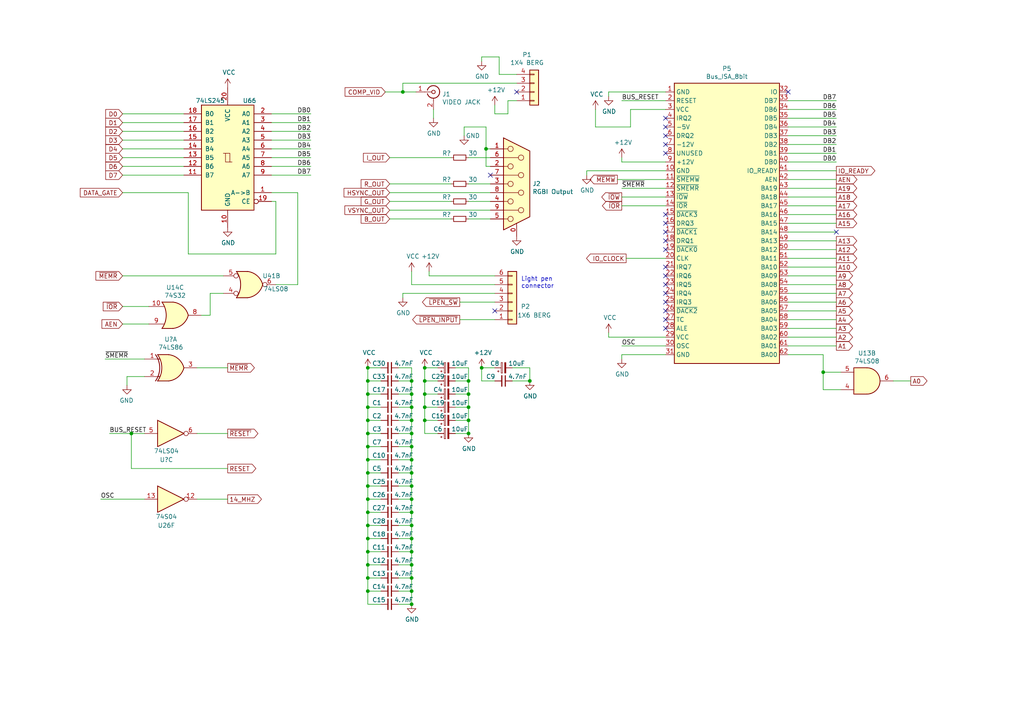
<source format=kicad_sch>
(kicad_sch (version 20230121) (generator eeschema)
  (paper "A4")
  (lib_symbols
    (symbol "74xx:74LS04"
      (property "Reference" "U" (at 0 1.27 0))
      (property "Value" "74LS04" (at 0 -1.27 0))
      (symbol "74LS04_1_0"
        (pin input line (at -7.62 0 0) (length 3.81) (name "~") (number "1"))
        (pin output inverted (at 7.62 0 180) (length 3.81) (name "~") (number "2"))
      )
      (symbol "74LS04_2_0"
        (pin input line (at -7.62 0 0) (length 3.81) (name "~") (number "3"))
        (pin output inverted (at 7.62 0 180) (length 3.81) (name "~") (number "4"))
      )
      (symbol "74LS04_3_0"
        (pin input line (at -7.62 0 0) (length 3.81) (name "~") (number "5"))
        (pin output inverted (at 7.62 0 180) (length 3.81) (name "~") (number "6"))
      )
      (symbol "74LS04_4_0"
        (pin output inverted (at 7.62 0 180) (length 3.81) (name "~") (number "8"))
        (pin input line (at -7.62 0 0) (length 3.81) (name "~") (number "9"))
      )
      (symbol "74LS04_5_0"
        (pin output inverted (at 7.62 0 180) (length 3.81) (name "~") (number "10"))
        (pin input line (at -7.62 0 0) (length 3.81) (name "~") (number "11"))
      )
      (symbol "74LS04_6_0"
        (pin output inverted (at 7.62 0 180) (length 3.81) (name "~") (number "12"))
        (pin input line (at -7.62 0 0) (length 3.81) (name "~") (number "13"))
      )
      (symbol "74LS04_7_0"
        (pin power_in line (at 0 12.7 270) (length 5.08) (name "VCC") (number "14"))
        (pin power_in line (at 0 -12.7 90) (length 5.08) (name "GND") (number "7"))
      )
    )
    (symbol "74xx:74LS08" (pin_names (offset 1.016))
      (property "Reference" "U" (at 0 1.27 0))
      (property "Value" "74LS08" (at 0 -1.27 0))
      (symbol "74LS08_1_1"
        (pin input line (at -7.62 2.54 0) (length 3.81) (name "~") (number "1"))
        (pin input line (at -7.62 -2.54 0) (length 3.81) (name "~") (number "2"))
        (pin output line (at 7.62 0 180) (length 3.81) (name "~") (number "3"))
      )
      (symbol "74LS08_1_2"
        (pin input inverted (at -7.62 2.54 0) (length 4.318) (name "~") (number "1"))
        (pin input inverted (at -7.62 -2.54 0) (length 4.318) (name "~") (number "2"))
        (pin output inverted (at 7.62 0 180) (length 3.81) (name "~") (number "3"))
      )
      (symbol "74LS08_2_1"
        (pin input line (at -7.62 2.54 0) (length 3.81) (name "~") (number "4"))
        (pin input line (at -7.62 -2.54 0) (length 3.81) (name "~") (number "5"))
        (pin output line (at 7.62 0 180) (length 3.81) (name "~") (number "6"))
      )
      (symbol "74LS08_2_2"
        (pin input inverted (at -7.62 2.54 0) (length 4.318) (name "~") (number "4"))
        (pin input inverted (at -7.62 -2.54 0) (length 4.318) (name "~") (number "5"))
        (pin output inverted (at 7.62 0 180) (length 3.81) (name "~") (number "6"))
      )
      (symbol "74LS08_3_1"
        (pin input line (at -7.62 -2.54 0) (length 3.81) (name "~") (number "10"))
        (pin output line (at 7.62 0 180) (length 3.81) (name "~") (number "8"))
        (pin input line (at -7.62 2.54 0) (length 3.81) (name "~") (number "9"))
      )
      (symbol "74LS08_3_2"
        (pin input inverted (at -7.62 -2.54 0) (length 4.318) (name "~") (number "10"))
        (pin output inverted (at 7.62 0 180) (length 3.81) (name "~") (number "8"))
        (pin input inverted (at -7.62 2.54 0) (length 4.318) (name "~") (number "9"))
      )
      (symbol "74LS08_4_1"
        (pin output line (at 7.62 0 180) (length 3.81) (name "~") (number "11"))
        (pin input line (at -7.62 2.54 0) (length 3.81) (name "~") (number "12"))
        (pin input line (at -7.62 -2.54 0) (length 3.81) (name "~") (number "13"))
      )
      (symbol "74LS08_4_2"
        (pin output inverted (at 7.62 0 180) (length 3.81) (name "~") (number "11"))
        (pin input inverted (at -7.62 2.54 0) (length 4.318) (name "~") (number "12"))
        (pin input inverted (at -7.62 -2.54 0) (length 4.318) (name "~") (number "13"))
      )
      (symbol "74LS08_5_0"
        (pin power_in line (at 0 12.7 270) (length 5.08) (name "VCC") (number "14"))
        (pin power_in line (at 0 -12.7 90) (length 5.08) (name "GND") (number "7"))
      )
    )
    (symbol "74xx:74LS245" (pin_names (offset 1.016))
      (property "Reference" "U" (at -7.62 16.51 0))
      (property "Value" "74LS245" (at -7.62 -16.51 0))
      (symbol "74LS245_1_0"
        (pin input line (at -12.7 -10.16 0) (length 5.08) (name "A->B") (number "1"))
        (pin power_in line (at 0 -20.32 90) (length 5.08) (name "GND") (number "10"))
        (pin tri_state line (at 12.7 -5.08 180) (length 5.08) (name "B7") (number "11"))
        (pin tri_state line (at 12.7 -2.54 180) (length 5.08) (name "B6") (number "12"))
        (pin tri_state line (at 12.7 0 180) (length 5.08) (name "B5") (number "13"))
        (pin tri_state line (at 12.7 2.54 180) (length 5.08) (name "B4") (number "14"))
        (pin tri_state line (at 12.7 5.08 180) (length 5.08) (name "B3") (number "15"))
        (pin tri_state line (at 12.7 7.62 180) (length 5.08) (name "B2") (number "16"))
        (pin tri_state line (at 12.7 10.16 180) (length 5.08) (name "B1") (number "17"))
        (pin tri_state line (at 12.7 12.7 180) (length 5.08) (name "B0") (number "18"))
        (pin input inverted (at -12.7 -12.7 0) (length 5.08) (name "CE") (number "19"))
        (pin tri_state line (at -12.7 12.7 0) (length 5.08) (name "A0") (number "2"))
        (pin power_in line (at 0 20.32 270) (length 5.08) (name "VCC") (number "20"))
        (pin tri_state line (at -12.7 10.16 0) (length 5.08) (name "A1") (number "3"))
        (pin tri_state line (at -12.7 7.62 0) (length 5.08) (name "A2") (number "4"))
        (pin tri_state line (at -12.7 5.08 0) (length 5.08) (name "A3") (number "5"))
        (pin tri_state line (at -12.7 2.54 0) (length 5.08) (name "A4") (number "6"))
        (pin tri_state line (at -12.7 0 0) (length 5.08) (name "A5") (number "7"))
        (pin tri_state line (at -12.7 -2.54 0) (length 5.08) (name "A6") (number "8"))
        (pin tri_state line (at -12.7 -5.08 0) (length 5.08) (name "A7") (number "9"))
      )
    )
    (symbol "74xx:74LS32" (pin_names (offset 1.016))
      (property "Reference" "U" (at 0 1.27 0))
      (property "Value" "74LS32" (at 0 -1.27 0))
      (symbol "74LS32_1_1"
        (pin input line (at -7.62 2.54 0) (length 4.318) (name "~") (number "1"))
        (pin input line (at -7.62 -2.54 0) (length 4.318) (name "~") (number "2"))
        (pin output line (at 7.62 0 180) (length 3.81) (name "~") (number "3"))
      )
      (symbol "74LS32_1_2"
        (pin input inverted (at -7.62 2.54 0) (length 3.81) (name "~") (number "1"))
        (pin input inverted (at -7.62 -2.54 0) (length 3.81) (name "~") (number "2"))
        (pin output inverted (at 7.62 0 180) (length 3.81) (name "~") (number "3"))
      )
      (symbol "74LS32_2_1"
        (pin input line (at -7.62 2.54 0) (length 4.318) (name "~") (number "4"))
        (pin input line (at -7.62 -2.54 0) (length 4.318) (name "~") (number "5"))
        (pin output line (at 7.62 0 180) (length 3.81) (name "~") (number "6"))
      )
      (symbol "74LS32_2_2"
        (pin input inverted (at -7.62 2.54 0) (length 3.81) (name "~") (number "4"))
        (pin input inverted (at -7.62 -2.54 0) (length 3.81) (name "~") (number "5"))
        (pin output inverted (at 7.62 0 180) (length 3.81) (name "~") (number "6"))
      )
      (symbol "74LS32_3_1"
        (pin input line (at -7.62 -2.54 0) (length 4.318) (name "~") (number "10"))
        (pin output line (at 7.62 0 180) (length 3.81) (name "~") (number "8"))
        (pin input line (at -7.62 2.54 0) (length 4.318) (name "~") (number "9"))
      )
      (symbol "74LS32_3_2"
        (pin input inverted (at -7.62 -2.54 0) (length 3.81) (name "~") (number "10"))
        (pin output inverted (at 7.62 0 180) (length 3.81) (name "~") (number "8"))
        (pin input inverted (at -7.62 2.54 0) (length 3.81) (name "~") (number "9"))
      )
      (symbol "74LS32_4_1"
        (pin output line (at 7.62 0 180) (length 3.81) (name "~") (number "11"))
        (pin input line (at -7.62 2.54 0) (length 4.318) (name "~") (number "12"))
        (pin input line (at -7.62 -2.54 0) (length 4.318) (name "~") (number "13"))
      )
      (symbol "74LS32_4_2"
        (pin output inverted (at 7.62 0 180) (length 3.81) (name "~") (number "11"))
        (pin input inverted (at -7.62 2.54 0) (length 3.81) (name "~") (number "12"))
        (pin input inverted (at -7.62 -2.54 0) (length 3.81) (name "~") (number "13"))
      )
      (symbol "74LS32_5_0"
        (pin power_in line (at 0 12.7 270) (length 5.08) (name "VCC") (number "14"))
        (pin power_in line (at 0 -12.7 90) (length 5.08) (name "GND") (number "7"))
      )
    )
    (symbol "74xx:74LS86" (pin_names (offset 1.016))
      (property "Reference" "U" (at 0 1.27 0))
      (property "Value" "74LS86" (at 0 -1.27 0))
      (symbol "74LS86_1_0"
        (pin input line (at -7.62 2.54 0) (length 4.445) (name "~") (number "1"))
        (pin input line (at -7.62 -2.54 0) (length 4.445) (name "~") (number "2"))
        (pin output line (at 7.62 0 180) (length 3.81) (name "~") (number "3"))
      )
      (symbol "74LS86_2_0"
        (pin input line (at -7.62 2.54 0) (length 4.445) (name "~") (number "4"))
        (pin input line (at -7.62 -2.54 0) (length 4.445) (name "~") (number "5"))
        (pin output line (at 7.62 0 180) (length 3.81) (name "~") (number "6"))
      )
      (symbol "74LS86_3_0"
        (pin input line (at -7.62 -2.54 0) (length 4.445) (name "~") (number "10"))
        (pin output line (at 7.62 0 180) (length 3.81) (name "~") (number "8"))
        (pin input line (at -7.62 2.54 0) (length 4.445) (name "~") (number "9"))
      )
      (symbol "74LS86_4_0"
        (pin output line (at 7.62 0 180) (length 3.81) (name "~") (number "11"))
        (pin input line (at -7.62 2.54 0) (length 4.445) (name "~") (number "12"))
        (pin input line (at -7.62 -2.54 0) (length 4.445) (name "~") (number "13"))
      )
      (symbol "74LS86_5_0"
        (pin power_in line (at 0 12.7 270) (length 5.08) (name "VCC") (number "14"))
        (pin power_in line (at 0 -12.7 90) (length 5.08) (name "GND") (number "7"))
      )
    )
    (symbol "Connector:Bus_ISA_8bit"
      (property "Reference" "J" (at 0 42.545 0))
      (property "Value" "Bus_ISA_8bit" (at 0 -42.545 0))
      (symbol "Bus_ISA_8bit_1_1"
        (pin power_in line (at -17.78 38.1 0) (length 2.54) (name "GND") (number "1"))
        (pin power_in line (at -17.78 15.24 0) (length 2.54) (name "GND") (number "10"))
        (pin output line (at -17.78 12.7 0) (length 2.54) (name "~{SMEMW}") (number "11"))
        (pin output line (at -17.78 10.16 0) (length 2.54) (name "~{SMEMR}") (number "12"))
        (pin output line (at -17.78 7.62 0) (length 2.54) (name "~{IOW}") (number "13"))
        (pin output line (at -17.78 5.08 0) (length 2.54) (name "~{IOR}") (number "14"))
        (pin passive line (at -17.78 2.54 0) (length 2.54) (name "~{DACK3}") (number "15"))
        (pin passive line (at -17.78 0 0) (length 2.54) (name "DRQ3") (number "16"))
        (pin passive line (at -17.78 -2.54 0) (length 2.54) (name "~{DACK1}") (number "17"))
        (pin passive line (at -17.78 -5.08 0) (length 2.54) (name "DRQ1") (number "18"))
        (pin passive line (at -17.78 -7.62 0) (length 2.54) (name "~{DACK0}") (number "19"))
        (pin output line (at -17.78 35.56 0) (length 2.54) (name "RESET") (number "2"))
        (pin output line (at -17.78 -10.16 0) (length 2.54) (name "CLK") (number "20"))
        (pin passive line (at -17.78 -12.7 0) (length 2.54) (name "IRQ7") (number "21"))
        (pin passive line (at -17.78 -15.24 0) (length 2.54) (name "IRQ6") (number "22"))
        (pin passive line (at -17.78 -17.78 0) (length 2.54) (name "IRQ5") (number "23"))
        (pin passive line (at -17.78 -20.32 0) (length 2.54) (name "IRQ4") (number "24"))
        (pin passive line (at -17.78 -22.86 0) (length 2.54) (name "IRQ3") (number "25"))
        (pin passive line (at -17.78 -25.4 0) (length 2.54) (name "~{DACK2}") (number "26"))
        (pin passive line (at -17.78 -27.94 0) (length 2.54) (name "TC") (number "27"))
        (pin output line (at -17.78 -30.48 0) (length 2.54) (name "ALE") (number "28"))
        (pin power_in line (at -17.78 -33.02 0) (length 2.54) (name "VCC") (number "29"))
        (pin power_in line (at -17.78 33.02 0) (length 2.54) (name "VCC") (number "3"))
        (pin output line (at -17.78 -35.56 0) (length 2.54) (name "OSC") (number "30"))
        (pin power_in line (at -17.78 -38.1 0) (length 2.54) (name "GND") (number "31"))
        (pin passive line (at 17.78 38.1 180) (length 2.54) (name "IO") (number "32"))
        (pin tri_state line (at 17.78 35.56 180) (length 2.54) (name "DB7") (number "33"))
        (pin tri_state line (at 17.78 33.02 180) (length 2.54) (name "DB6") (number "34"))
        (pin tri_state line (at 17.78 30.48 180) (length 2.54) (name "DB5") (number "35"))
        (pin tri_state line (at 17.78 27.94 180) (length 2.54) (name "DB4") (number "36"))
        (pin tri_state line (at 17.78 25.4 180) (length 2.54) (name "DB3") (number "37"))
        (pin tri_state line (at 17.78 22.86 180) (length 2.54) (name "DB2") (number "38"))
        (pin tri_state line (at 17.78 20.32 180) (length 2.54) (name "DB1") (number "39"))
        (pin passive line (at -17.78 30.48 0) (length 2.54) (name "IRQ2") (number "4"))
        (pin tri_state line (at 17.78 17.78 180) (length 2.54) (name "DB0") (number "40"))
        (pin passive line (at 17.78 15.24 180) (length 2.54) (name "IO_READY") (number "41"))
        (pin output line (at 17.78 12.7 180) (length 2.54) (name "AEN") (number "42"))
        (pin tri_state line (at 17.78 10.16 180) (length 2.54) (name "BA19") (number "43"))
        (pin tri_state line (at 17.78 7.62 180) (length 2.54) (name "BA18") (number "44"))
        (pin tri_state line (at 17.78 5.08 180) (length 2.54) (name "BA17") (number "45"))
        (pin tri_state line (at 17.78 2.54 180) (length 2.54) (name "BA16") (number "46"))
        (pin tri_state line (at 17.78 0 180) (length 2.54) (name "BA15") (number "47"))
        (pin tri_state line (at 17.78 -2.54 180) (length 2.54) (name "BA14") (number "48"))
        (pin tri_state line (at 17.78 -5.08 180) (length 2.54) (name "BA13") (number "49"))
        (pin power_in line (at -17.78 27.94 0) (length 2.54) (name "-5V") (number "5"))
        (pin tri_state line (at 17.78 -7.62 180) (length 2.54) (name "BA12") (number "50"))
        (pin tri_state line (at 17.78 -10.16 180) (length 2.54) (name "BA11") (number "51"))
        (pin tri_state line (at 17.78 -12.7 180) (length 2.54) (name "BA10") (number "52"))
        (pin tri_state line (at 17.78 -15.24 180) (length 2.54) (name "BA09") (number "53"))
        (pin tri_state line (at 17.78 -17.78 180) (length 2.54) (name "BA08") (number "54"))
        (pin tri_state line (at 17.78 -20.32 180) (length 2.54) (name "BA07") (number "55"))
        (pin tri_state line (at 17.78 -22.86 180) (length 2.54) (name "BA06") (number "56"))
        (pin tri_state line (at 17.78 -25.4 180) (length 2.54) (name "BA05") (number "57"))
        (pin tri_state line (at 17.78 -27.94 180) (length 2.54) (name "BA04") (number "58"))
        (pin tri_state line (at 17.78 -30.48 180) (length 2.54) (name "BA03") (number "59"))
        (pin passive line (at -17.78 25.4 0) (length 2.54) (name "DRQ2") (number "6"))
        (pin tri_state line (at 17.78 -33.02 180) (length 2.54) (name "BA02") (number "60"))
        (pin tri_state line (at 17.78 -35.56 180) (length 2.54) (name "BA01") (number "61"))
        (pin tri_state line (at 17.78 -38.1 180) (length 2.54) (name "BA00") (number "62"))
        (pin power_in line (at -17.78 22.86 0) (length 2.54) (name "-12V") (number "7"))
        (pin passive line (at -17.78 20.32 0) (length 2.54) (name "UNUSED") (number "8"))
        (pin power_in line (at -17.78 17.78 0) (length 2.54) (name "+12V") (number "9"))
      )
    )
    (symbol "Connector:Conn_Coaxial" (pin_names (offset 1.016) hide)
      (property "Reference" "J" (at 0.254 3.048 0))
      (property "Value" "Conn_Coaxial" (at 2.921 0 90))
      (symbol "Conn_Coaxial_1_1"
        (pin passive line (at -5.08 0 0) (length 2.54) (name "In") (number "1"))
        (pin passive line (at 0 -5.08 90) (length 2.54) (name "Ext") (number "2"))
      )
    )
    (symbol "Connector:DE9_Receptacle_MountingHoles" (pin_names (offset 1.016) hide)
      (property "Reference" "J" (at 0 16.51 0))
      (property "Value" "DE9_Receptacle_MountingHoles" (at 0 14.605 0))
      (symbol "DE9_Receptacle_MountingHoles_1_1"
        (pin passive line (at 0 -15.24 90) (length 3.81) (name "PAD") (number "0"))
        (pin passive line (at -7.62 10.16 0) (length 3.81) (name "1") (number "1"))
        (pin passive line (at -7.62 5.08 0) (length 3.81) (name "2") (number "2"))
        (pin passive line (at -7.62 0 0) (length 3.81) (name "3") (number "3"))
        (pin passive line (at -7.62 -5.08 0) (length 3.81) (name "4") (number "4"))
        (pin passive line (at -7.62 -10.16 0) (length 3.81) (name "5") (number "5"))
        (pin passive line (at -7.62 7.62 0) (length 3.81) (name "6") (number "6"))
        (pin passive line (at -7.62 2.54 0) (length 3.81) (name "7") (number "7"))
        (pin passive line (at -7.62 -2.54 0) (length 3.81) (name "8") (number "8"))
        (pin passive line (at -7.62 -7.62 0) (length 3.81) (name "9") (number "9"))
      )
    )
    (symbol "Connector_Generic:Conn_01x04" (pin_names (offset 1.016) hide)
      (property "Reference" "J" (at 0 5.08 0))
      (property "Value" "Conn_01x04" (at 0 -7.62 0))
      (symbol "Conn_01x04_1_1"
        (pin passive line (at -5.08 2.54 0) (length 3.81) (name "Pin_1") (number "1"))
        (pin passive line (at -5.08 0 0) (length 3.81) (name "Pin_2") (number "2"))
        (pin passive line (at -5.08 -2.54 0) (length 3.81) (name "Pin_3") (number "3"))
        (pin passive line (at -5.08 -5.08 0) (length 3.81) (name "Pin_4") (number "4"))
      )
    )
    (symbol "Connector_Generic:Conn_01x06" (pin_names (offset 1.016) hide)
      (property "Reference" "J" (at 0 7.62 0))
      (property "Value" "Conn_01x06" (at 0 -10.16 0))
      (symbol "Conn_01x06_1_1"
        (pin passive line (at -5.08 5.08 0) (length 3.81) (name "Pin_1") (number "1"))
        (pin passive line (at -5.08 2.54 0) (length 3.81) (name "Pin_2") (number "2"))
        (pin passive line (at -5.08 0 0) (length 3.81) (name "Pin_3") (number "3"))
        (pin passive line (at -5.08 -2.54 0) (length 3.81) (name "Pin_4") (number "4"))
        (pin passive line (at -5.08 -5.08 0) (length 3.81) (name "Pin_5") (number "5"))
        (pin passive line (at -5.08 -7.62 0) (length 3.81) (name "Pin_6") (number "6"))
      )
    )
    (symbol "Device:C_Polarized_Small" (pin_numbers hide) (pin_names (offset 0.254) hide)
      (property "Reference" "C" (at 0.254 1.778 0))
      (property "Value" "C_Polarized_Small" (at 0.254 -2.032 0))
      (symbol "C_Polarized_Small_1_1"
        (pin passive line (at 0 2.54 270) (length 1.8542) (name "~") (number "1"))
        (pin passive line (at 0 -2.54 90) (length 1.8542) (name "~") (number "2"))
      )
    )
    (symbol "Device:C_Small" (pin_numbers hide) (pin_names (offset 0.254) hide)
      (property "Reference" "C" (at 0.254 1.778 0))
      (property "Value" "C_Small" (at 0.254 -2.032 0))
      (symbol "C_Small_1_1"
        (pin passive line (at 0 2.54 270) (length 2.032) (name "~") (number "1"))
        (pin passive line (at 0 -2.54 90) (length 2.032) (name "~") (number "2"))
      )
    )
    (symbol "Device:R_Small" (pin_numbers hide) (pin_names (offset 0.254) hide)
      (property "Reference" "R" (at 0.762 0.508 0))
      (property "Value" "R_Small" (at 0.762 -1.016 0))
      (symbol "R_Small_1_1"
        (pin passive line (at 0 2.54 270) (length 0.762) (name "~") (number "1"))
        (pin passive line (at 0 -2.54 90) (length 0.762) (name "~") (number "2"))
      )
    )
    (symbol "power:+12V" (power) (pin_names (offset 0))
      (property "Value" "+12V" (at 0 3.556 0))
      (symbol "+12V_1_1"
        (pin power_in line (at 0 0 90) (length 0) hide (name "+12V") (number "1"))
      )
    )
    (symbol "power:GND" (power) (pin_names (offset 0))
      (property "Value" "GND" (at 0 -3.81 0))
      (symbol "GND_1_1"
        (pin power_in line (at 0 0 270) (length 0) hide (name "GND") (number "1"))
      )
    )
    (symbol "power:VCC" (power) (pin_names (offset 0))
      (property "Value" "VCC" (at 0 3.81 0))
      (symbol "VCC_1_1"
        (pin power_in line (at 0 0 90) (length 0) hide (name "VCC") (number "1"))
      )
    )
  )
  (junction (at 38.1 125.73))
  (junction (at 135.89 125.73))
  (junction (at 119.38 114.3))
  (junction (at 106.68 140.97))
  (junction (at 106.68 110.49))
  (junction (at 106.68 125.73))
  (junction (at 106.68 152.4))
  (junction (at 119.38 144.78))
  (junction (at 119.38 140.97))
  (junction (at 119.38 137.16))
  (junction (at 139.7 106.68))
  (junction (at 140.97 43.18))
  (junction (at 123.19 121.92))
  (junction (at 123.19 118.11))
  (junction (at 119.38 175.26))
  (junction (at 106.68 156.21))
  (junction (at 238.76 107.95))
  (junction (at 119.38 148.59))
  (junction (at 106.68 163.83))
  (junction (at 123.19 110.49))
  (junction (at 106.68 118.11))
  (junction (at 135.89 110.49))
  (junction (at 106.68 121.92))
  (junction (at 119.38 156.21))
  (junction (at 119.38 125.73))
  (junction (at 106.68 171.45))
  (junction (at 106.68 114.3))
  (junction (at 119.38 129.54))
  (junction (at 135.89 118.11))
  (junction (at 119.38 171.45))
  (junction (at 106.68 133.35))
  (junction (at 106.68 160.02))
  (junction (at 106.68 167.64))
  (junction (at 135.89 114.3))
  (junction (at 106.68 129.54))
  (junction (at 119.38 133.35))
  (junction (at 119.38 121.92))
  (junction (at 123.19 106.68))
  (junction (at 119.38 163.83))
  (junction (at 106.68 106.68))
  (junction (at 106.68 148.59))
  (junction (at 123.19 114.3))
  (junction (at 106.68 137.16))
  (junction (at 106.68 144.78))
  (junction (at 119.38 160.02))
  (junction (at 119.38 110.49))
  (junction (at 119.38 152.4))
  (junction (at 153.67 110.49))
  (junction (at 119.38 118.11))
  (junction (at 119.38 167.64))
  (junction (at 116.84 26.67))
  (junction (at 135.89 121.92))
  (no_connect (at 193.04 77.47))
  (no_connect (at 193.04 41.91))
  (no_connect (at 193.04 36.83))
  (no_connect (at 193.04 95.25))
  (no_connect (at 242.57 67.31))
  (no_connect (at 193.04 34.29))
  (no_connect (at 193.04 72.39))
  (no_connect (at 193.04 44.45))
  (no_connect (at 193.04 62.23))
  (no_connect (at 228.6 26.67))
  (no_connect (at 143.51 90.17))
  (no_connect (at 193.04 39.37))
  (no_connect (at 193.04 87.63))
  (no_connect (at 149.86 26.67))
  (no_connect (at 193.04 90.17))
  (no_connect (at 193.04 64.77))
  (no_connect (at 193.04 92.71))
  (no_connect (at 193.04 82.55))
  (no_connect (at 193.04 69.85))
  (no_connect (at 193.04 67.31))
  (no_connect (at 193.04 80.01))
  (no_connect (at 193.04 85.09))
  (no_connect (at 142.24 50.8))
  (wire (pts (xy 119.38 121.92) (xy 115.57 121.92)))
  (wire (pts (xy 176.53 97.79) (xy 176.53 96.52)))
  (wire (pts (xy 110.49 114.3) (xy 106.68 114.3)))
  (wire (pts (xy 119.38 163.83) (xy 119.38 160.02)))
  (wire (pts (xy 119.38 160.02) (xy 115.57 160.02)))
  (wire (pts (xy 106.68 144.78) (xy 106.68 148.59)))
  (wire (pts (xy 78.74 55.88) (xy 86.36 55.88)))
  (wire (pts (xy 30.48 104.14) (xy 41.91 104.14)))
  (wire (pts (xy 144.78 16.51) (xy 139.7 16.51)))
  (wire (pts (xy 57.15 106.68) (xy 66.04 106.68)))
  (wire (pts (xy 119.38 137.16) (xy 115.57 137.16)))
  (wire (pts (xy 119.38 148.59) (xy 115.57 148.59)))
  (wire (pts (xy 106.68 137.16) (xy 106.68 140.97)))
  (wire (pts (xy 78.74 43.18) (xy 90.17 43.18)))
  (wire (pts (xy 110.49 133.35) (xy 106.68 133.35)))
  (wire (pts (xy 106.68 156.21) (xy 106.68 160.02)))
  (wire (pts (xy 135.89 106.68) (xy 135.89 110.49)))
  (wire (pts (xy 228.6 85.09) (xy 242.57 85.09)))
  (wire (pts (xy 135.89 53.34) (xy 142.24 53.34)))
  (wire (pts (xy 143.51 80.01) (xy 124.46 80.01)))
  (wire (pts (xy 60.96 85.09) (xy 60.96 91.44)))
  (wire (pts (xy 228.6 67.31) (xy 242.57 67.31)))
  (wire (pts (xy 228.6 77.47) (xy 242.57 77.47)))
  (wire (pts (xy 119.38 82.55) (xy 119.38 78.74)))
  (wire (pts (xy 228.6 102.87) (xy 238.76 102.87)))
  (wire (pts (xy 123.19 125.73) (xy 123.19 121.92)))
  (wire (pts (xy 228.6 62.23) (xy 242.57 62.23)))
  (wire (pts (xy 86.36 82.55) (xy 80.01 82.55)))
  (wire (pts (xy 119.38 167.64) (xy 115.57 167.64)))
  (wire (pts (xy 143.51 82.55) (xy 119.38 82.55)))
  (wire (pts (xy 106.68 121.92) (xy 106.68 125.73)))
  (wire (pts (xy 228.6 31.75) (xy 242.57 31.75)))
  (wire (pts (xy 228.6 41.91) (xy 242.57 41.91)))
  (wire (pts (xy 127 118.11) (xy 123.19 118.11)))
  (wire (pts (xy 78.74 33.02) (xy 90.17 33.02)))
  (wire (pts (xy 106.68 133.35) (xy 106.68 137.16)))
  (wire (pts (xy 43.18 93.98) (xy 35.56 93.98)))
  (wire (pts (xy 110.49 171.45) (xy 106.68 171.45)))
  (wire (pts (xy 193.04 52.07) (xy 179.07 52.07)))
  (wire (pts (xy 228.6 39.37) (xy 242.57 39.37)))
  (wire (pts (xy 170.18 49.53) (xy 170.18 50.8)))
  (wire (pts (xy 127 114.3) (xy 123.19 114.3)))
  (wire (pts (xy 119.38 121.92) (xy 119.38 118.11)))
  (wire (pts (xy 119.38 125.73) (xy 119.38 121.92)))
  (wire (pts (xy 116.84 24.13) (xy 116.84 26.67)))
  (wire (pts (xy 135.89 121.92) (xy 135.89 125.73)))
  (wire (pts (xy 110.49 125.73) (xy 106.68 125.73)))
  (wire (pts (xy 119.38 152.4) (xy 115.57 152.4)))
  (wire (pts (xy 228.6 72.39) (xy 242.57 72.39)))
  (wire (pts (xy 228.6 29.21) (xy 242.57 29.21)))
  (wire (pts (xy 127 110.49) (xy 123.19 110.49)))
  (wire (pts (xy 228.6 54.61) (xy 242.57 54.61)))
  (wire (pts (xy 53.34 38.1) (xy 35.56 38.1)))
  (wire (pts (xy 259.08 110.49) (xy 264.16 110.49)))
  (wire (pts (xy 36.83 109.22) (xy 36.83 111.76)))
  (wire (pts (xy 135.89 125.73) (xy 132.08 125.73)))
  (wire (pts (xy 57.15 144.78) (xy 66.04 144.78)))
  (wire (pts (xy 106.68 152.4) (xy 106.68 156.21)))
  (wire (pts (xy 119.38 148.59) (xy 119.38 144.78)))
  (wire (pts (xy 116.84 26.67) (xy 120.65 26.67)))
  (wire (pts (xy 78.74 50.8) (xy 90.17 50.8)))
  (wire (pts (xy 106.68 110.49) (xy 106.68 114.3)))
  (wire (pts (xy 106.68 114.3) (xy 106.68 118.11)))
  (wire (pts (xy 180.34 46.99) (xy 193.04 46.99)))
  (wire (pts (xy 143.51 33.02) (xy 143.51 30.48)))
  (wire (pts (xy 144.78 21.59) (xy 144.78 16.51)))
  (wire (pts (xy 54.61 73.66) (xy 54.61 55.88)))
  (wire (pts (xy 228.6 44.45) (xy 242.57 44.45)))
  (wire (pts (xy 110.49 121.92) (xy 106.68 121.92)))
  (wire (pts (xy 140.97 48.26) (xy 140.97 43.18)))
  (wire (pts (xy 119.38 129.54) (xy 119.38 125.73)))
  (wire (pts (xy 119.38 114.3) (xy 119.38 110.49)))
  (wire (pts (xy 228.6 57.15) (xy 242.57 57.15)))
  (wire (pts (xy 86.36 55.88) (xy 86.36 82.55)))
  (wire (pts (xy 139.7 110.49) (xy 139.7 106.68)))
  (wire (pts (xy 193.04 59.69) (xy 180.34 59.69)))
  (wire (pts (xy 119.38 156.21) (xy 119.38 152.4)))
  (wire (pts (xy 148.59 106.68) (xy 153.67 106.68)))
  (wire (pts (xy 43.18 88.9) (xy 35.56 88.9)))
  (wire (pts (xy 106.68 129.54) (xy 106.68 133.35)))
  (wire (pts (xy 125.73 34.29) (xy 125.73 31.75)))
  (wire (pts (xy 228.6 59.69) (xy 242.57 59.69)))
  (wire (pts (xy 38.1 125.73) (xy 31.75 125.73)))
  (wire (pts (xy 38.1 135.89) (xy 66.04 135.89)))
  (wire (pts (xy 228.6 97.79) (xy 242.57 97.79)))
  (wire (pts (xy 106.68 118.11) (xy 106.68 121.92)))
  (wire (pts (xy 123.19 118.11) (xy 123.19 114.3)))
  (wire (pts (xy 119.38 129.54) (xy 115.57 129.54)))
  (wire (pts (xy 119.38 156.21) (xy 115.57 156.21)))
  (wire (pts (xy 110.49 118.11) (xy 106.68 118.11)))
  (wire (pts (xy 182.88 36.83) (xy 172.72 36.83)))
  (wire (pts (xy 135.89 118.11) (xy 135.89 121.92)))
  (wire (pts (xy 119.38 152.4) (xy 119.38 148.59)))
  (wire (pts (xy 135.89 106.68) (xy 132.08 106.68)))
  (wire (pts (xy 142.24 60.96) (xy 113.03 60.96)))
  (wire (pts (xy 143.51 106.68) (xy 139.7 106.68)))
  (wire (pts (xy 110.49 144.78) (xy 106.68 144.78)))
  (wire (pts (xy 53.34 50.8) (xy 35.56 50.8)))
  (wire (pts (xy 149.86 21.59) (xy 144.78 21.59)))
  (wire (pts (xy 64.77 85.09) (xy 60.96 85.09)))
  (wire (pts (xy 135.89 118.11) (xy 132.08 118.11)))
  (wire (pts (xy 53.34 40.64) (xy 35.56 40.64)))
  (wire (pts (xy 110.49 110.49) (xy 106.68 110.49)))
  (wire (pts (xy 57.15 125.73) (xy 66.04 125.73)))
  (wire (pts (xy 140.97 43.18) (xy 140.97 36.83)))
  (wire (pts (xy 133.35 87.63) (xy 143.51 87.63)))
  (wire (pts (xy 228.6 69.85) (xy 242.57 69.85)))
  (wire (pts (xy 119.38 167.64) (xy 119.38 163.83)))
  (wire (pts (xy 228.6 87.63) (xy 242.57 87.63)))
  (wire (pts (xy 106.68 140.97) (xy 106.68 144.78)))
  (wire (pts (xy 176.53 26.67) (xy 176.53 27.94)))
  (wire (pts (xy 149.86 29.21) (xy 147.32 29.21)))
  (wire (pts (xy 119.38 140.97) (xy 119.38 137.16)))
  (wire (pts (xy 135.89 114.3) (xy 135.89 118.11)))
  (wire (pts (xy 170.18 49.53) (xy 193.04 49.53)))
  (wire (pts (xy 143.51 110.49) (xy 139.7 110.49)))
  (wire (pts (xy 135.89 110.49) (xy 132.08 110.49)))
  (wire (pts (xy 119.38 118.11) (xy 115.57 118.11)))
  (wire (pts (xy 119.38 163.83) (xy 115.57 163.83)))
  (wire (pts (xy 113.03 45.72) (xy 130.81 45.72)))
  (wire (pts (xy 119.38 118.11) (xy 119.38 114.3)))
  (wire (pts (xy 111.76 26.67) (xy 116.84 26.67)))
  (wire (pts (xy 147.32 29.21) (xy 147.32 33.02)))
  (wire (pts (xy 238.76 113.03) (xy 243.84 113.03)))
  (wire (pts (xy 228.6 36.83) (xy 242.57 36.83)))
  (wire (pts (xy 110.49 163.83) (xy 106.68 163.83)))
  (wire (pts (xy 38.1 125.73) (xy 38.1 135.89)))
  (wire (pts (xy 119.38 175.26) (xy 119.38 171.45)))
  (wire (pts (xy 193.04 26.67) (xy 176.53 26.67)))
  (wire (pts (xy 119.38 137.16) (xy 119.38 133.35)))
  (wire (pts (xy 106.68 106.68) (xy 106.68 110.49)))
  (wire (pts (xy 243.84 107.95) (xy 238.76 107.95)))
  (wire (pts (xy 143.51 85.09) (xy 116.84 85.09)))
  (wire (pts (xy 228.6 46.99) (xy 242.57 46.99)))
  (wire (pts (xy 110.49 129.54) (xy 106.68 129.54)))
  (wire (pts (xy 53.34 43.18) (xy 35.56 43.18)))
  (wire (pts (xy 139.7 16.51) (xy 139.7 17.78)))
  (wire (pts (xy 228.6 92.71) (xy 242.57 92.71)))
  (wire (pts (xy 119.38 171.45) (xy 119.38 167.64)))
  (wire (pts (xy 53.34 33.02) (xy 35.56 33.02)))
  (wire (pts (xy 135.89 45.72) (xy 142.24 45.72)))
  (wire (pts (xy 228.6 100.33) (xy 242.57 100.33)))
  (wire (pts (xy 149.86 24.13) (xy 116.84 24.13)))
  (wire (pts (xy 127 125.73) (xy 123.19 125.73)))
  (wire (pts (xy 78.74 58.42) (xy 80.01 58.42)))
  (wire (pts (xy 180.34 102.87) (xy 180.34 104.14)))
  (wire (pts (xy 238.76 102.87) (xy 238.76 107.95)))
  (wire (pts (xy 153.67 106.68) (xy 153.67 110.49)))
  (wire (pts (xy 64.77 80.01) (xy 35.56 80.01)))
  (wire (pts (xy 228.6 82.55) (xy 242.57 82.55)))
  (wire (pts (xy 135.89 58.42) (xy 142.24 58.42)))
  (wire (pts (xy 228.6 80.01) (xy 242.57 80.01)))
  (wire (pts (xy 41.91 109.22) (xy 36.83 109.22)))
  (wire (pts (xy 119.38 144.78) (xy 119.38 140.97)))
  (wire (pts (xy 119.38 114.3) (xy 115.57 114.3)))
  (wire (pts (xy 228.6 64.77) (xy 242.57 64.77)))
  (wire (pts (xy 78.74 45.72) (xy 90.17 45.72)))
  (wire (pts (xy 142.24 55.88) (xy 113.03 55.88)))
  (wire (pts (xy 53.34 45.72) (xy 35.56 45.72)))
  (wire (pts (xy 228.6 74.93) (xy 242.57 74.93)))
  (wire (pts (xy 119.38 175.26) (xy 115.57 175.26)))
  (wire (pts (xy 182.88 31.75) (xy 182.88 36.83)))
  (wire (pts (xy 110.49 140.97) (xy 106.68 140.97)))
  (wire (pts (xy 123.19 114.3) (xy 123.19 110.49)))
  (wire (pts (xy 110.49 167.64) (xy 106.68 167.64)))
  (wire (pts (xy 123.19 110.49) (xy 123.19 106.68)))
  (wire (pts (xy 80.01 73.66) (xy 54.61 73.66)))
  (wire (pts (xy 127 121.92) (xy 123.19 121.92)))
  (wire (pts (xy 193.04 29.21) (xy 180.34 29.21)))
  (wire (pts (xy 110.49 152.4) (xy 106.68 152.4)))
  (wire (pts (xy 123.19 121.92) (xy 123.19 118.11)))
  (wire (pts (xy 110.49 106.68) (xy 106.68 106.68)))
  (wire (pts (xy 106.68 163.83) (xy 106.68 167.64)))
  (wire (pts (xy 113.03 53.34) (xy 130.81 53.34)))
  (wire (pts (xy 124.46 80.01) (xy 124.46 78.74)))
  (wire (pts (xy 41.91 144.78) (xy 29.21 144.78)))
  (wire (pts (xy 119.38 140.97) (xy 115.57 140.97)))
  (wire (pts (xy 106.68 148.59) (xy 106.68 152.4)))
  (wire (pts (xy 135.89 110.49) (xy 135.89 114.3)))
  (wire (pts (xy 228.6 95.25) (xy 242.57 95.25)))
  (wire (pts (xy 110.49 156.21) (xy 106.68 156.21)))
  (wire (pts (xy 193.04 74.93) (xy 181.61 74.93)))
  (wire (pts (xy 134.62 36.83) (xy 134.62 39.37)))
  (wire (pts (xy 53.34 35.56) (xy 35.56 35.56)))
  (wire (pts (xy 193.04 57.15) (xy 180.34 57.15)))
  (wire (pts (xy 106.68 125.73) (xy 106.68 129.54)))
  (wire (pts (xy 228.6 49.53) (xy 242.57 49.53)))
  (wire (pts (xy 60.96 91.44) (xy 58.42 91.44)))
  (wire (pts (xy 140.97 36.83) (xy 134.62 36.83)))
  (wire (pts (xy 113.03 63.5) (xy 130.81 63.5)))
  (wire (pts (xy 110.49 175.26) (xy 106.68 175.26)))
  (wire (pts (xy 228.6 90.17) (xy 242.57 90.17)))
  (wire (pts (xy 119.38 110.49) (xy 119.38 106.68)))
  (wire (pts (xy 106.68 160.02) (xy 106.68 163.83)))
  (wire (pts (xy 78.74 48.26) (xy 90.17 48.26)))
  (wire (pts (xy 140.97 43.18) (xy 142.24 43.18)))
  (wire (pts (xy 142.24 48.26) (xy 140.97 48.26)))
  (wire (pts (xy 119.38 160.02) (xy 119.38 156.21)))
  (wire (pts (xy 228.6 52.07) (xy 242.57 52.07)))
  (wire (pts (xy 238.76 107.95) (xy 238.76 113.03)))
  (wire (pts (xy 153.67 110.49) (xy 148.59 110.49)))
  (wire (pts (xy 78.74 38.1) (xy 90.17 38.1)))
  (wire (pts (xy 119.38 133.35) (xy 115.57 133.35)))
  (wire (pts (xy 193.04 31.75) (xy 182.88 31.75)))
  (wire (pts (xy 41.91 125.73) (xy 38.1 125.73)))
  (wire (pts (xy 110.49 137.16) (xy 106.68 137.16)))
  (wire (pts (xy 116.84 85.09) (xy 116.84 86.36)))
  (wire (pts (xy 119.38 125.73) (xy 115.57 125.73)))
  (wire (pts (xy 106.68 171.45) (xy 106.68 175.26)))
  (wire (pts (xy 172.72 36.83) (xy 172.72 31.75)))
  (wire (pts (xy 193.04 97.79) (xy 176.53 97.79)))
  (wire (pts (xy 53.34 48.26) (xy 35.56 48.26)))
  (wire (pts (xy 180.34 45.72) (xy 180.34 46.99)))
  (wire (pts (xy 193.04 100.33) (xy 180.34 100.33)))
  (wire (pts (xy 110.49 160.02) (xy 106.68 160.02)))
  (wire (pts (xy 119.38 106.68) (xy 115.57 106.68)))
  (wire (pts (xy 193.04 54.61) (xy 180.34 54.61)))
  (wire (pts (xy 147.32 33.02) (xy 143.51 33.02)))
  (wire (pts (xy 193.04 102.87) (xy 180.34 102.87)))
  (wire (pts (xy 119.38 171.45) (xy 115.57 171.45)))
  (wire (pts (xy 110.49 148.59) (xy 106.68 148.59)))
  (wire (pts (xy 54.61 55.88) (xy 35.56 55.88)))
  (wire (pts (xy 119.38 144.78) (xy 115.57 144.78)))
  (wire (pts (xy 106.68 167.64) (xy 106.68 171.45)))
  (wire (pts (xy 135.89 114.3) (xy 132.08 114.3)))
  (wire (pts (xy 113.03 58.42) (xy 130.81 58.42)))
  (wire (pts (xy 78.74 40.64) (xy 90.17 40.64)))
  (wire (pts (xy 135.89 63.5) (xy 142.24 63.5)))
  (wire (pts (xy 228.6 34.29) (xy 242.57 34.29)))
  (wire (pts (xy 135.89 121.92) (xy 132.08 121.92)))
  (wire (pts (xy 78.74 35.56) (xy 90.17 35.56)))
  (wire (pts (xy 119.38 110.49) (xy 115.57 110.49)))
  (wire (pts (xy 119.38 133.35) (xy 119.38 129.54)))
  (wire (pts (xy 143.51 92.71) (xy 133.35 92.71)))
  (wire (pts (xy 80.01 58.42) (xy 80.01 73.66)))
  (wire (pts (xy 127 106.68) (xy 123.19 106.68)))
  (text "Light pen\nconnector" (at 151.13 83.82 0) (effects (font (size 1.27 1.27)) (justify left bottom)))
  (label "DB2" (at 242.57 41.91 180))
  (label "DB0" (at 242.57 46.99 180))
  (label "DB4" (at 242.57 36.83 180))
  (label "DB2" (at 90.17 38.1 180))
  (label "DB4" (at 90.17 43.18 180))
  (label "~{SMEMR}" (at 180.34 54.61 0))
  (label "DB5" (at 242.57 34.29 180))
  (label "BUS_RESET" (at 180.34 29.21 0))
  (label "DB6" (at 90.17 48.26 180))
  (label "DB6" (at 242.57 31.75 180))
  (label "DB5" (at 90.17 45.72 180))
  (label "DB0" (at 90.17 33.02 180))
  (label "DB3" (at 242.57 39.37 180))
  (label "DB7" (at 90.17 50.8 180))
  (label "OSC" (at 180.34 100.33 0))
  (label "DB1" (at 242.57 44.45 180))
  (label "DB7" (at 242.57 29.21 180))
  (label "DB3" (at 90.17 40.64 180))
  (label "OSC" (at 29.21 144.78 0))
  (label "DB1" (at 90.17 35.56 180))
  (label "BUS_RESET" (at 31.75 125.73 0))
  (label "~{SMEMR}" (at 30.48 104.14 0))
  (global_label "A17" (shape output) (at 242.57 59.69 0) (property "Intersheetrefs" "${INTERSHEET_REFS}" (effects hide)))
  (global_label "~{MEMR}" (shape input) (at 35.56 80.01 180) (property "Intersheetrefs" "${INTERSHEET_REFS}" (effects hide)))
  (global_label "A10" (shape output) (at 242.57 77.47 0) (property "Intersheetrefs" "${INTERSHEET_REFS}" (effects hide)))
  (global_label "~{MEMW}" (shape output) (at 179.07 52.07 180) (property "Intersheetrefs" "${INTERSHEET_REFS}" (effects hide)))
  (global_label "A2" (shape output) (at 242.57 97.79 0) (property "Intersheetrefs" "${INTERSHEET_REFS}" (effects hide)))
  (global_label "D4" (shape input) (at 35.56 43.18 180) (property "Intersheetrefs" "${INTERSHEET_REFS}" (effects hide)))
  (global_label "A18" (shape output) (at 242.57 57.15 0) (property "Intersheetrefs" "${INTERSHEET_REFS}" (effects hide)))
  (global_label "AEN" (shape output) (at 242.57 52.07 0) (property "Intersheetrefs" "${INTERSHEET_REFS}" (effects hide)))
  (global_label "A13" (shape output) (at 242.57 69.85 0) (property "Intersheetrefs" "${INTERSHEET_REFS}" (effects hide)))
  (global_label "D0" (shape input) (at 35.56 33.02 180) (property "Intersheetrefs" "${INTERSHEET_REFS}" (effects hide)))
  (global_label "A4" (shape output) (at 242.57 92.71 0) (property "Intersheetrefs" "${INTERSHEET_REFS}" (effects hide)))
  (global_label "~{LPEN_SW}" (shape output) (at 133.35 87.63 180) (property "Intersheetrefs" "${INTERSHEET_REFS}" (effects hide)))
  (global_label "~{IOR}" (shape output) (at 180.34 59.69 180) (property "Intersheetrefs" "${INTERSHEET_REFS}" (effects hide)))
  (global_label "A8" (shape output) (at 242.57 82.55 0) (property "Intersheetrefs" "${INTERSHEET_REFS}" (effects hide)))
  (global_label "~{LPEN_INPUT}" (shape output) (at 133.35 92.71 180) (property "Intersheetrefs" "${INTERSHEET_REFS}" (effects hide)))
  (global_label "A15" (shape output) (at 242.57 64.77 0) (property "Intersheetrefs" "${INTERSHEET_REFS}" (effects hide)))
  (global_label "COMP_VID" (shape input) (at 111.76 26.67 180) (property "Intersheetrefs" "${INTERSHEET_REFS}" (effects hide)))
  (global_label "A3" (shape output) (at 242.57 95.25 0) (property "Intersheetrefs" "${INTERSHEET_REFS}" (effects hide)))
  (global_label "A12" (shape output) (at 242.57 72.39 0) (property "Intersheetrefs" "${INTERSHEET_REFS}" (effects hide)))
  (global_label "A19" (shape output) (at 242.57 54.61 0) (property "Intersheetrefs" "${INTERSHEET_REFS}" (effects hide)))
  (global_label "~{RESET'}" (shape output) (at 66.04 125.73 0) (property "Intersheetrefs" "${INTERSHEET_REFS}" (effects hide)))
  (global_label "~{MEMR}" (shape output) (at 66.04 106.68 0) (property "Intersheetrefs" "${INTERSHEET_REFS}" (effects hide)))
  (global_label "IO_READY" (shape output) (at 242.57 49.53 0) (property "Intersheetrefs" "${INTERSHEET_REFS}" (effects hide)))
  (global_label "B_OUT" (shape input) (at 113.03 63.5 180) (property "Intersheetrefs" "${INTERSHEET_REFS}" (effects hide)))
  (global_label "I_OUT" (shape input) (at 113.03 45.72 180) (property "Intersheetrefs" "${INTERSHEET_REFS}" (effects hide)))
  (global_label "DATA_GATE" (shape input) (at 35.56 55.88 180) (property "Intersheetrefs" "${INTERSHEET_REFS}" (effects hide)))
  (global_label "A7" (shape output) (at 242.57 85.09 0) (property "Intersheetrefs" "${INTERSHEET_REFS}" (effects hide)))
  (global_label "D2" (shape input) (at 35.56 38.1 180) (property "Intersheetrefs" "${INTERSHEET_REFS}" (effects hide)))
  (global_label "RESET" (shape output) (at 66.04 135.89 0) (property "Intersheetrefs" "${INTERSHEET_REFS}" (effects hide)))
  (global_label "~{IOR}" (shape input) (at 35.56 88.9 180) (property "Intersheetrefs" "${INTERSHEET_REFS}" (effects hide)))
  (global_label "D5" (shape input) (at 35.56 45.72 180) (property "Intersheetrefs" "${INTERSHEET_REFS}" (effects hide)))
  (global_label "VSYNC_OUT" (shape input) (at 113.03 60.96 180) (property "Intersheetrefs" "${INTERSHEET_REFS}" (effects hide)))
  (global_label "HSYNC_OUT" (shape input) (at 113.03 55.88 180) (property "Intersheetrefs" "${INTERSHEET_REFS}" (effects hide)))
  (global_label "A5" (shape output) (at 242.57 90.17 0) (property "Intersheetrefs" "${INTERSHEET_REFS}" (effects hide)))
  (global_label "G_OUT" (shape input) (at 113.03 58.42 180) (property "Intersheetrefs" "${INTERSHEET_REFS}" (effects hide)))
  (global_label "~{IOW}" (shape output) (at 180.34 57.15 180) (property "Intersheetrefs" "${INTERSHEET_REFS}" (effects hide)))
  (global_label "D3" (shape input) (at 35.56 40.64 180) (property "Intersheetrefs" "${INTERSHEET_REFS}" (effects hide)))
  (global_label "R_OUT" (shape input) (at 113.03 53.34 180) (property "Intersheetrefs" "${INTERSHEET_REFS}" (effects hide)))
  (global_label "A16" (shape output) (at 242.57 62.23 0) (property "Intersheetrefs" "${INTERSHEET_REFS}" (effects hide)))
  (global_label "A6" (shape output) (at 242.57 87.63 0) (property "Intersheetrefs" "${INTERSHEET_REFS}" (effects hide)))
  (global_label "A9" (shape output) (at 242.57 80.01 0) (property "Intersheetrefs" "${INTERSHEET_REFS}" (effects hide)))
  (global_label "IO_CLOCK" (shape output) (at 181.61 74.93 180) (property "Intersheetrefs" "${INTERSHEET_REFS}" (effects hide)))
  (global_label "A11" (shape output) (at 242.57 74.93 0) (property "Intersheetrefs" "${INTERSHEET_REFS}" (effects hide)))
  (global_label "D7" (shape input) (at 35.56 50.8 180) (property "Intersheetrefs" "${INTERSHEET_REFS}" (effects hide)))
  (global_label "D6" (shape input) (at 35.56 48.26 180) (property "Intersheetrefs" "${INTERSHEET_REFS}" (effects hide)))
  (global_label "AEN" (shape input) (at 35.56 93.98 180) (property "Intersheetrefs" "${INTERSHEET_REFS}" (effects hide)))
  (global_label "A0" (shape output) (at 264.16 110.49 0) (property "Intersheetrefs" "${INTERSHEET_REFS}" (effects hide)))
  (global_label "14_MHZ" (shape output) (at 66.04 144.78 0) (property "Intersheetrefs" "${INTERSHEET_REFS}" (effects hide)))
  (global_label "D1" (shape input) (at 35.56 35.56 180) (property "Intersheetrefs" "${INTERSHEET_REFS}" (effects hide)))
  (global_label "A1" (shape output) (at 242.57 100.33 0) (property "Intersheetrefs" "${INTERSHEET_REFS}" (effects hide)))
  (symbol (lib_id "Connector:Bus_ISA_8bit") (at 210.82 64.77 0) (unit 1)
    (property "Reference" "P5" (at 210.82 19.8882 0))
    (property "Value" "Bus_ISA_8bit" (at 210.82 22.1996 0))
    (property "Datasheet" "https://en.wikipedia.org/wiki/Industry_Standard_Architecture" (effects hide))
  )
  (symbol (lib_id "74xx:74LS245") (at 66.04 45.72 0) (mirror y) (unit 1)
    (property "Reference" "U66" (at 72.39 29.21 0))
    (property "Value" "74LS245" (at 60.96 29.21 0))
    (property "Footprint" "Package_DIP:DIP-20_W7.62mm_LongPads" (effects hide))
    (property "Datasheet" "http://www.ti.com/lit/gpn/sn74LS245" (effects hide))
  )
  (symbol (lib_id "power:VCC") (at 66.04 25.4 0) (unit 1)
    (property "Reference" "#PWR0215" (effects hide))
    (property "Value" "VCC" (at 66.421 21.0058 0))
  )
  (symbol (lib_id "power:GND") (at 66.04 66.04 0) (unit 1)
    (property "Reference" "#PWR0216" (effects hide))
    (property "Value" "GND" (at 66.167 70.4342 0))
  )
  (symbol (lib_id "74xx:74LS08") (at 72.39 82.55 0) (mirror x) (unit 2) (convert 2)
    (property "Reference" "U41" (at 78.74 80.01 0))
    (property "Value" "74LS08" (at 80.01 83.82 0))
    (property "Footprint" "Package_DIP:DIP-14_W7.62mm_LongPads" (effects hide))
    (property "Datasheet" "http://www.ti.com/lit/gpn/sn74LS08" (effects hide))
    (instances (project "ISA_CGA" (path "" (reference "U41") (unit 2)) (path "" (reference "U?") (unit 1))))
  )
  (symbol (lib_id "74xx:74LS32") (at 50.8 91.44 0) (mirror x) (unit 3)
    (property "Reference" "U14" (at 50.8 83.3882 0))
    (property "Value" "74S32" (at 50.8 85.6996 0))
    (property "Footprint" "Package_DIP:DIP-14_W7.62mm_LongPads" (effects hide))
    (property "Datasheet" "http://www.ti.com/lit/gpn/sn74LS32" (effects hide))
    (instances (project "ISA_CGA" (path "" (reference "U14") (unit 3)) (path "" (reference "U?") (unit 2))))
  )
  (symbol (lib_id "74xx:74LS08") (at 251.46 110.49 0) (mirror x) (unit 2)
    (property "Reference" "U13" (at 251.46 102.4382 0))
    (property "Value" "74LS08" (at 251.46 104.7496 0))
    (property "Footprint" "Package_DIP:DIP-14_W7.62mm_LongPads" (effects hide))
    (property "Datasheet" "http://www.ti.com/lit/gpn/sn74LS08" (effects hide))
    (instances (project "ISA_CGA" (path "" (reference "U13") (unit 2)) (path "" (reference "U?") (unit 4))))
  )
  (symbol (lib_id "74xx:74LS04") (at 49.53 125.73 0) (unit 3)
    (property "Reference" "U?" (at 48.26 133.35 0))
    (property "Value" "74LS04" (at 48.26 130.81 0))
    (property "Footprint" "Package_DIP:DIP-14_W7.62mm_LongPads" (effects hide))
    (property "Datasheet" "http://www.ti.com/lit/gpn/sn74LS04" (effects hide))
    (instances (project "ISA_CGA" (path "" (reference "U?") (unit 3)) (path "" (reference "U?") (unit 2)) (path "" (reference "U20") (unit 4))))
  )
  (symbol (lib_id "74xx:74LS04") (at 49.53 144.78 0) (unit 6)
    (property "Reference" "U26" (at 48.26 152.4 0))
    (property "Value" "74S04" (at 48.26 149.86 0))
    (property "Footprint" "Package_DIP:DIP-14_W7.62mm_LongPads" (effects hide))
    (property "Datasheet" "http://www.ti.com/lit/gpn/sn74LS04" (effects hide))
    (instances (project "ISA_CGA" (path "" (reference "U26") (unit 6)) (path "" (reference "U?") (unit 2))))
  )
  (symbol (lib_id "74xx:74LS86") (at 49.53 106.68 0) (unit 1)
    (property "Reference" "U?" (at 49.53 98.425 0))
    (property "Value" "74LS86" (at 49.53 100.7364 0))
    (property "Footprint" "Package_DIP:DIP-14_W7.62mm_LongPads" (effects hide))
    (property "Datasheet" "74xx/74ls86.pdf" (effects hide))
    (instances (project "ISA_CGA" (path "" (reference "U?") (unit 1)) (path "" (reference "U?") (unit 4)) (path "" (reference "U42") (unit 4))))
  )
  (symbol (lib_id "power:GND") (at 36.83 111.76 0) (mirror y) (unit 1)
    (property "Reference" "#PWR0217" (effects hide))
    (property "Value" "GND" (at 36.703 116.1542 0))
  )
  (symbol (lib_id "power:+12V") (at 180.34 45.72 0) (unit 1)
    (property "Reference" "#PWR0218" (effects hide))
    (property "Value" "+12V" (at 180.721 41.3258 0))
  )
  (symbol (lib_id "power:GND") (at 180.34 104.14 0) (unit 1)
    (property "Reference" "#PWR0219" (effects hide))
    (property "Value" "GND" (at 180.467 108.5342 0))
  )
  (symbol (lib_id "power:GND") (at 176.53 27.94 0) (unit 1)
    (property "Reference" "#PWR0220" (effects hide))
    (property "Value" "GND" (at 176.657 32.3342 0))
  )
  (symbol (lib_id "power:GND") (at 170.18 50.8 0) (unit 1)
    (property "Reference" "#PWR0221" (effects hide))
    (property "Value" "GND" (at 170.307 55.1942 0))
  )
  (symbol (lib_id "power:VCC") (at 172.72 31.75 0) (unit 1)
    (property "Reference" "#PWR0222" (effects hide))
    (property "Value" "VCC" (at 173.101 27.3558 0))
  )
  (symbol (lib_id "power:VCC") (at 176.53 96.52 0) (unit 1)
    (property "Reference" "#PWR0223" (effects hide))
    (property "Value" "VCC" (at 176.911 92.1258 0))
  )
  (symbol (lib_id "Connector:Conn_Coaxial") (at 125.73 26.67 0) (unit 1)
    (property "Reference" "J1" (at 128.27 27.305 0) (effects (justify left)))
    (property "Value" "VIDEO JACK" (at 128.27 29.6164 0) (effects (justify left)))
    (property "Datasheet" " ~" (effects hide))
  )
  (symbol (lib_id "power:GND") (at 125.73 34.29 0) (unit 1)
    (property "Reference" "#PWR0224" (effects hide))
    (property "Value" "GND" (at 125.857 38.6842 0))
  )
  (symbol (lib_id "Connector_Generic:Conn_01x04") (at 154.94 26.67 0) (mirror x) (unit 1)
    (property "Reference" "P1" (at 152.8572 15.875 0))
    (property "Value" "1X4 BERG" (at 152.8572 18.1864 0))
  )
  (symbol (lib_id "power:GND") (at 139.7 17.78 0) (unit 1)
    (property "Reference" "#PWR0225" (effects hide))
    (property "Value" "GND" (at 139.827 22.1742 0))
  )
  (symbol (lib_id "power:+12V") (at 143.51 30.48 0) (unit 1)
    (property "Reference" "#PWR0226" (effects hide))
    (property "Value" "+12V" (at 143.891 26.0858 0))
  )
  (symbol (lib_id "Device:R_Small") (at 133.35 45.72 270) (unit 1)
    (property "Reference" "R?" (at 129.54 44.45 90))
    (property "Value" "30" (at 137.16 44.45 90))
    (property "Footprint" "Resistor_THT:R_Axial_DIN0207_L6.3mm_D2.5mm_P10.16mm_Horizontal" (effects hide))
    (instances (project "ISA_CGA" (path "" (reference "R?") (unit 1)) (path "" (reference "R?") (unit 1)) (path "" (reference "R14") (unit 1))))
  )
  (symbol (lib_id "Connector:DE9_Receptacle_MountingHoles") (at 149.86 53.34 0) (unit 1)
    (property "Reference" "J2" (at 154.432 53.2892 0) (effects (justify left)))
    (property "Value" "RGBI Output" (at 154.432 55.6006 0) (effects (justify left)))
    (property "Datasheet" " ~" (effects hide))
  )
  (symbol (lib_id "power:GND") (at 149.86 68.58 0) (unit 1)
    (property "Reference" "#PWR0227" (effects hide))
    (property "Value" "GND" (at 149.987 72.9742 0))
  )
  (symbol (lib_id "power:GND") (at 134.62 39.37 0) (unit 1)
    (property "Reference" "#PWR0228" (effects hide))
    (property "Value" "GND" (at 137.16 39.37 0))
  )
  (symbol (lib_id "Device:R_Small") (at 133.35 53.34 270) (unit 1)
    (property "Reference" "R?" (at 129.54 52.07 90))
    (property "Value" "30" (at 137.16 52.07 90))
    (property "Footprint" "Resistor_THT:R_Axial_DIN0207_L6.3mm_D2.5mm_P10.16mm_Horizontal" (effects hide))
    (instances (project "ISA_CGA" (path "" (reference "R?") (unit 1)) (path "" (reference "R?") (unit 1)) (path "" (reference "R11") (unit 1))))
  )
  (symbol (lib_id "Device:R_Small") (at 133.35 58.42 270) (unit 1)
    (property "Reference" "R?" (at 129.54 57.15 90))
    (property "Value" "30" (at 137.16 57.15 90))
    (property "Footprint" "Resistor_THT:R_Axial_DIN0207_L6.3mm_D2.5mm_P10.16mm_Horizontal" (effects hide))
    (instances (project "ISA_CGA" (path "" (reference "R?") (unit 1)) (path "" (reference "R?") (unit 1)) (path "" (reference "R12") (unit 1))))
  )
  (symbol (lib_id "Device:R_Small") (at 133.35 63.5 270) (unit 1)
    (property "Reference" "R?" (at 129.54 62.23 90))
    (property "Value" "30" (at 137.16 62.23 90))
    (property "Footprint" "Resistor_THT:R_Axial_DIN0207_L6.3mm_D2.5mm_P10.16mm_Horizontal" (effects hide))
    (instances (project "ISA_CGA" (path "" (reference "R?") (unit 1)) (path "" (reference "R?") (unit 1)) (path "" (reference "R13") (unit 1))))
  )
  (symbol (lib_id "Connector_Generic:Conn_01x06") (at 148.59 87.63 0) (mirror x) (unit 1)
    (property "Reference" "P2" (at 152.4 88.9 0))
    (property "Value" "1X6 BERG" (at 154.94 91.44 0))
  )
  (symbol (lib_id "power:+12V") (at 124.46 78.74 0) (unit 1)
    (property "Reference" "#PWR0229" (effects hide))
    (property "Value" "+12V" (at 124.841 74.3458 0))
  )
  (symbol (lib_id "power:VCC") (at 119.38 78.74 0) (unit 1)
    (property "Reference" "#PWR0230" (effects hide))
    (property "Value" "VCC" (at 119.761 74.3458 0))
  )
  (symbol (lib_id "power:GND") (at 116.84 86.36 0) (unit 1)
    (property "Reference" "#PWR0231" (effects hide))
    (property "Value" "GND" (at 116.967 90.7542 0))
  )
  (symbol (lib_id "Device:C_Small") (at 113.03 106.68 270) (unit 1)
    (property "Reference" "C30" (at 107.95 105.41 90) (effects (justify left)))
    (property "Value" "4.7nF" (at 114.3 105.41 90) (effects (font italic) (justify left)))
    (property "Footprint" "Capacitor_THT:C_Disc_D4.3mm_W1.9mm_P5.00mm" (effects hide))
    (instances (project "ISA_CGA" (path "" (reference "C30") (unit 1)) (path "" (reference "C?") (unit 1))))
  )
  (symbol (lib_id "Device:C_Small") (at 113.03 110.49 270) (unit 1)
    (property "Reference" "C33" (at 107.95 109.22 90) (effects (justify left)))
    (property "Value" "4.7nF" (at 114.3 109.22 90) (effects (font italic) (justify left)))
    (property "Footprint" "Capacitor_THT:C_Disc_D4.3mm_W1.9mm_P5.00mm" (effects hide))
    (instances (project "ISA_CGA" (path "" (reference "C33") (unit 1)) (path "" (reference "C?") (unit 1))))
  )
  (symbol (lib_id "Device:C_Small") (at 113.03 114.3 270) (unit 1)
    (property "Reference" "C17" (at 107.95 113.03 90) (effects (justify left)))
    (property "Value" "4.7nF" (at 114.3 113.03 90) (effects (font italic) (justify left)))
    (property "Footprint" "Capacitor_THT:C_Disc_D4.3mm_W1.9mm_P5.00mm" (effects hide))
    (instances (project "ISA_CGA" (path "" (reference "C17") (unit 1)) (path "" (reference "C?") (unit 1))))
  )
  (symbol (lib_id "Device:C_Small") (at 113.03 118.11 270) (unit 1)
    (property "Reference" "C1" (at 107.95 116.84 90) (effects (justify left)))
    (property "Value" "4.7nF" (at 114.3 116.84 90) (effects (font italic) (justify left)))
    (property "Footprint" "Capacitor_THT:C_Disc_D4.3mm_W1.9mm_P5.00mm" (effects hide))
    (instances (project "ISA_CGA" (path "" (reference "C1") (unit 1)) (path "" (reference "C?") (unit 1))))
  )
  (symbol (lib_id "Device:C_Small") (at 113.03 121.92 270) (unit 1)
    (property "Reference" "C2" (at 107.95 120.65 90) (effects (justify left)))
    (property "Value" "4.7nF" (at 114.3 120.65 90) (effects (font italic) (justify left)))
    (property "Footprint" "Capacitor_THT:C_Disc_D4.3mm_W1.9mm_P5.00mm" (effects hide))
    (instances (project "ISA_CGA" (path "" (reference "C2") (unit 1)) (path "" (reference "C?") (unit 1))))
  )
  (symbol (lib_id "Device:C_Small") (at 113.03 125.73 270) (unit 1)
    (property "Reference" "C3" (at 107.95 124.46 90) (effects (justify left)))
    (property "Value" "4.7nF" (at 114.3 124.46 90) (effects (font italic) (justify left)))
    (property "Footprint" "Capacitor_THT:C_Disc_D4.3mm_W1.9mm_P5.00mm" (effects hide))
    (instances (project "ISA_CGA" (path "" (reference "C3") (unit 1)) (path "" (reference "C?") (unit 1))))
  )
  (symbol (lib_id "Device:C_Small") (at 113.03 129.54 270) (unit 1)
    (property "Reference" "C7" (at 107.95 128.27 90) (effects (justify left)))
    (property "Value" "4.7nF" (at 114.3 128.27 90) (effects (font italic) (justify left)))
    (property "Footprint" "Capacitor_THT:C_Disc_D4.3mm_W1.9mm_P5.00mm" (effects hide))
    (instances (project "ISA_CGA" (path "" (reference "C7") (unit 1)) (path "" (reference "C?") (unit 1))))
  )
  (symbol (lib_id "Device:C_Small") (at 113.03 133.35 270) (unit 1)
    (property "Reference" "C10" (at 107.95 132.08 90) (effects (justify left)))
    (property "Value" "4.7nF" (at 114.3 132.08 90) (effects (font italic) (justify left)))
    (property "Footprint" "Capacitor_THT:C_Disc_D4.3mm_W1.9mm_P5.00mm" (effects hide))
    (instances (project "ISA_CGA" (path "" (reference "C10") (unit 1)) (path "" (reference "C?") (unit 1))))
  )
  (symbol (lib_id "Device:C_Small") (at 113.03 137.16 270) (unit 1)
    (property "Reference" "C5" (at 107.95 135.89 90) (effects (justify left)))
    (property "Value" "4.7nF" (at 114.3 135.89 90) (effects (font italic) (justify left)))
    (property "Footprint" "Capacitor_THT:C_Disc_D4.3mm_W1.9mm_P5.00mm" (effects hide))
    (instances (project "ISA_CGA" (path "" (reference "C5") (unit 1)) (path "" (reference "C?") (unit 1))))
  )
  (symbol (lib_id "Device:C_Small") (at 113.03 140.97 270) (unit 1)
    (property "Reference" "C25" (at 107.95 139.7 90) (effects (justify left)))
    (property "Value" "4.7nF" (at 114.3 139.7 90) (effects (font italic) (justify left)))
    (property "Footprint" "Capacitor_THT:C_Disc_D4.3mm_W1.9mm_P5.00mm" (effects hide))
    (instances (project "ISA_CGA" (path "" (reference "C25") (unit 1)) (path "" (reference "C?") (unit 1))))
  )
  (symbol (lib_id "Device:C_Small") (at 113.03 144.78 270) (unit 1)
    (property "Reference" "C26" (at 107.95 143.51 90) (effects (justify left)))
    (property "Value" "4.7nF" (at 114.3 143.51 90) (effects (font italic) (justify left)))
    (property "Footprint" "Capacitor_THT:C_Disc_D4.3mm_W1.9mm_P5.00mm" (effects hide))
    (instances (project "ISA_CGA" (path "" (reference "C26") (unit 1)) (path "" (reference "C?") (unit 1))))
  )
  (symbol (lib_id "Device:C_Small") (at 113.03 148.59 270) (unit 1)
    (property "Reference" "C27" (at 107.95 147.32 90) (effects (justify left)))
    (property "Value" "4.7nF" (at 114.3 147.32 90) (effects (font italic) (justify left)))
    (property "Footprint" "Capacitor_THT:C_Disc_D4.3mm_W1.9mm_P5.00mm" (effects hide))
    (instances (project "ISA_CGA" (path "" (reference "C27") (unit 1)) (path "" (reference "C?") (unit 1))))
  )
  (symbol (lib_id "Device:C_Small") (at 113.03 152.4 270) (unit 1)
    (property "Reference" "C28" (at 107.95 151.13 90) (effects (justify left)))
    (property "Value" "4.7nF" (at 114.3 151.13 90) (effects (font italic) (justify left)))
    (property "Footprint" "Capacitor_THT:C_Disc_D4.3mm_W1.9mm_P5.00mm" (effects hide))
    (instances (project "ISA_CGA" (path "" (reference "C28") (unit 1)) (path "" (reference "C?") (unit 1))))
  )
  (symbol (lib_id "Device:C_Small") (at 113.03 156.21 270) (unit 1)
    (property "Reference" "C18" (at 107.95 154.94 90) (effects (justify left)))
    (property "Value" "4.7nF" (at 114.3 154.94 90) (effects (font italic) (justify left)))
    (property "Footprint" "Capacitor_THT:C_Disc_D4.3mm_W1.9mm_P5.00mm" (effects hide))
    (instances (project "ISA_CGA" (path "" (reference "C18") (unit 1)) (path "" (reference "C?") (unit 1))))
  )
  (symbol (lib_id "Device:C_Small") (at 113.03 160.02 270) (unit 1)
    (property "Reference" "C11" (at 107.95 158.75 90) (effects (justify left)))
    (property "Value" "4.7nF" (at 114.3 158.75 90) (effects (font italic) (justify left)))
    (property "Footprint" "Capacitor_THT:C_Disc_D4.3mm_W1.9mm_P5.00mm" (effects hide))
    (instances (project "ISA_CGA" (path "" (reference "C11") (unit 1)) (path "" (reference "C?") (unit 1))))
  )
  (symbol (lib_id "Device:C_Small") (at 113.03 163.83 270) (unit 1)
    (property "Reference" "C12" (at 107.95 162.56 90) (effects (justify left)))
    (property "Value" "4.7nF" (at 114.3 162.56 90) (effects (font italic) (justify left)))
    (property "Footprint" "Capacitor_THT:C_Disc_D4.3mm_W1.9mm_P5.00mm" (effects hide))
    (instances (project "ISA_CGA" (path "" (reference "C12") (unit 1)) (path "" (reference "C?") (unit 1))))
  )
  (symbol (lib_id "Device:C_Small") (at 113.03 167.64 270) (unit 1)
    (property "Reference" "C13" (at 107.95 166.37 90) (effects (justify left)))
    (property "Value" "4.7nF" (at 114.3 166.37 90) (effects (font italic) (justify left)))
    (property "Footprint" "Capacitor_THT:C_Disc_D4.3mm_W1.9mm_P5.00mm" (effects hide))
    (instances (project "ISA_CGA" (path "" (reference "C13") (unit 1)) (path "" (reference "C?") (unit 1))))
  )
  (symbol (lib_id "Device:C_Small") (at 113.03 171.45 270) (unit 1)
    (property "Reference" "C14" (at 107.95 170.18 90) (effects (justify left)))
    (property "Value" "4.7nF" (at 114.3 170.18 90) (effects (font italic) (justify left)))
    (property "Footprint" "Capacitor_THT:C_Disc_D4.3mm_W1.9mm_P5.00mm" (effects hide))
    (instances (project "ISA_CGA" (path "" (reference "C14") (unit 1)) (path "" (reference "C?") (unit 1))))
  )
  (symbol (lib_id "Device:C_Small") (at 113.03 175.26 270) (unit 1)
    (property "Reference" "C15" (at 107.95 173.99 90) (effects (justify left)))
    (property "Value" "4.7nF" (at 114.3 173.99 90) (effects (font italic) (justify left)))
    (property "Footprint" "Capacitor_THT:C_Disc_D4.3mm_W1.9mm_P5.00mm" (effects hide))
    (instances (project "ISA_CGA" (path "" (reference "C15") (unit 1)) (path "" (reference "C?") (unit 1))))
  )
  (symbol (lib_id "power:GND") (at 119.38 175.26 0) (unit 1)
    (property "Reference" "#PWR0232" (effects hide))
    (property "Value" "GND" (at 119.507 179.6542 0))
  )
  (symbol (lib_id "power:VCC") (at 106.68 106.68 0) (unit 1)
    (property "Reference" "#PWR0233" (effects hide))
    (property "Value" "VCC" (at 107.061 102.2858 0))
  )
  (symbol (lib_id "Device:C_Polarized_Small") (at 129.54 106.68 90) (unit 1)
    (property "Reference" "C24" (at 127 105.41 90))
    (property "Value" "10uF" (at 133.35 105.41 90))
    (property "Footprint" "Capacitor_THT:CP_Radial_D8.0mm_P5.00mm" (effects hide))
  )
  (symbol (lib_id "Device:C_Polarized_Small") (at 129.54 110.49 90) (unit 1)
    (property "Reference" "C29" (at 127 109.22 90))
    (property "Value" "10uF" (at 133.35 109.22 90))
    (property "Footprint" "Capacitor_THT:CP_Radial_D8.0mm_P5.00mm" (effects hide))
  )
  (symbol (lib_id "Device:C_Polarized_Small") (at 129.54 114.3 90) (unit 1)
    (property "Reference" "C4" (at 127 113.03 90))
    (property "Value" "10uF" (at 133.35 113.03 90))
    (property "Footprint" "Capacitor_THT:CP_Radial_D8.0mm_P5.00mm" (effects hide))
  )
  (symbol (lib_id "Device:C_Polarized_Small") (at 129.54 118.11 90) (unit 1)
    (property "Reference" "C19" (at 127 116.84 90))
    (property "Value" "10uF" (at 133.35 116.84 90))
    (property "Footprint" "Capacitor_THT:CP_Radial_D8.0mm_P5.00mm" (effects hide))
  )
  (symbol (lib_id "Device:C_Polarized_Small") (at 129.54 121.92 90) (unit 1)
    (property "Reference" "C16" (at 127 120.65 90))
    (property "Value" "10uF" (at 133.35 120.65 90))
    (property "Footprint" "Capacitor_THT:CP_Radial_D8.0mm_P5.00mm" (effects hide))
  )
  (symbol (lib_id "Device:C_Polarized_Small") (at 129.54 125.73 90) (unit 1)
    (property "Reference" "C6" (at 127 124.46 90))
    (property "Value" "10uF" (at 133.35 124.46 90))
    (property "Footprint" "Capacitor_THT:CP_Radial_D8.0mm_P5.00mm" (effects hide))
  )
  (symbol (lib_id "power:GND") (at 135.89 125.73 0) (unit 1)
    (property "Reference" "#PWR0234" (effects hide))
    (property "Value" "GND" (at 136.017 130.1242 0))
  )
  (symbol (lib_id "power:VCC") (at 123.19 106.68 0) (unit 1)
    (property "Reference" "#PWR0235" (effects hide))
    (property "Value" "VCC" (at 123.571 102.2858 0))
  )
  (symbol (lib_id "Device:C_Polarized_Small") (at 146.05 106.68 90) (unit 1)
    (property "Reference" "C8" (at 143.51 105.41 90))
    (property "Value" "10uF" (at 149.86 105.41 90))
    (property "Footprint" "Capacitor_THT:CP_Radial_D8.0mm_P5.00mm" (effects hide))
  )
  (symbol (lib_id "Device:C_Small") (at 146.05 110.49 270) (unit 1)
    (property "Reference" "C9" (at 140.97 109.22 90) (effects (justify left)))
    (property "Value" "4.7nF" (at 147.32 109.22 90) (effects (font italic) (justify left)))
    (property "Footprint" "Capacitor_THT:C_Disc_D4.3mm_W1.9mm_P5.00mm" (effects hide))
    (instances (project "ISA_CGA" (path "" (reference "C9") (unit 1)) (path "" (reference "C?") (unit 1))))
  )
  (symbol (lib_id "power:+12V") (at 139.7 106.68 0) (unit 1)
    (property "Reference" "#PWR0236" (effects hide))
    (property "Value" "+12V" (at 140.081 102.2858 0))
  )
  (symbol (lib_id "power:GND") (at 153.67 110.49 0) (unit 1)
    (property "Reference" "#PWR0237" (effects hide))
    (property "Value" "GND" (at 153.797 114.8842 0))
  )
)
</source>
